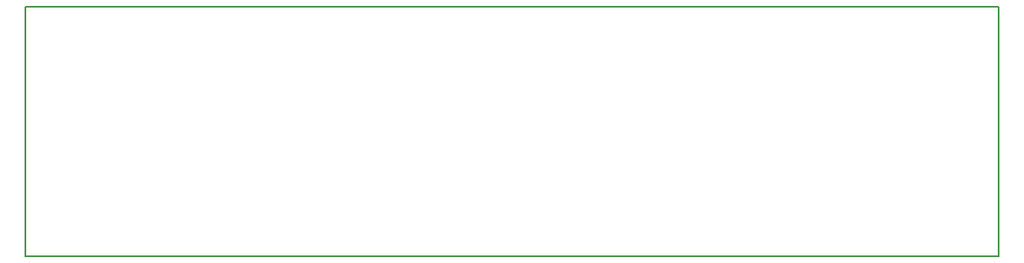
<source format=gbr>
G04 #@! TF.GenerationSoftware,KiCad,Pcbnew,(5.0.1-3-g963ef8bb5)*
G04 #@! TF.CreationDate,2019-03-04T20:59:00-06:00*
G04 #@! TF.ProjectId,SmartNerfBlaster,536D6172744E657266426C6173746572,v1*
G04 #@! TF.SameCoordinates,Original*
G04 #@! TF.FileFunction,Profile,NP*
%FSLAX46Y46*%
G04 Gerber Fmt 4.6, Leading zero omitted, Abs format (unit mm)*
G04 Created by KiCad (PCBNEW (5.0.1-3-g963ef8bb5)) date Monday, March 04, 2019 at 08:59:00 PM*
%MOMM*%
%LPD*%
G01*
G04 APERTURE LIST*
%ADD10C,0.150000*%
G04 APERTURE END LIST*
D10*
X212500000Y-70000000D02*
X115000000Y-70000000D01*
X212500000Y-95000000D02*
X212500000Y-70000000D01*
X115000000Y-95000000D02*
X212500000Y-95000000D01*
X115000000Y-70000000D02*
X115000000Y-95000000D01*
M02*

</source>
